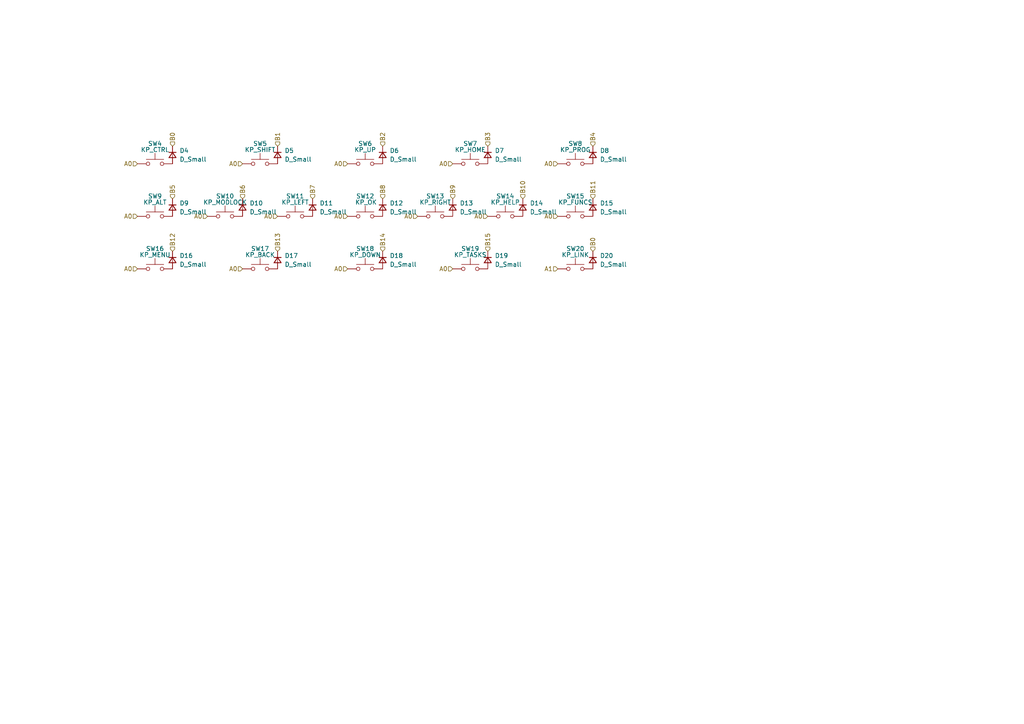
<source format=kicad_sch>
(kicad_sch (version 20230121) (generator eeschema)
  (paper "A4")
  (lib_symbols
    (symbol "custom:button" (pin_numbers hide) (pin_names hide)
      (property "Reference" "U" (at 0 5.08 0))
      (symbol "button_0_1"
        (circle (center -2.032 0) (radius 0.508))
        (polyline (pts (xy 0 1.27) (xy 0 3.048)))
        (polyline (pts (xy 2.54 1.27) (xy -2.54 1.27)))
        (circle (center 2.032 0) (radius 0.508))
      )
      (symbol "button_1_1"
        (pin passive line (at -5.08 0 0) (length 2.54) (name "1") (number "1"))
        (pin passive line (at 5.08 0 180) (length 2.54) (name "2") (number "2"))
      )
    )
    (symbol "custom:diode" (pin_numbers hide) (pin_names hide)
      (property "Reference" "U" (at 0 2.54 0))
      (symbol "diode_0_1"
        (polyline (pts (xy -0.762 -1.016) (xy -0.762 1.016)) (stroke (width 0.254)))
        (polyline (pts (xy -0.762 0) (xy 0.762 0)))
        (polyline (pts (xy 0.762 -1.016) (xy -0.762 0) (xy 0.762 1.016) (xy 0.762 -1.016)) (stroke (width 0.254)))
      )
      (symbol "diode_1_1"
        (pin passive line (at -2.54 0 0) (length 1.778) (name "K") (number "1"))
        (pin passive line (at 2.54 0 180) (length 1.778) (name "A") (number "2"))
      )
    )
  )
  (hierarchical_label "A0" (shape input) (at 39.878 47.498 180))
  (hierarchical_label "B0" (shape input) (at 50.038 42.418 90))
  (hierarchical_label "A0" (shape input) (at 121.158 62.738 180))
  (hierarchical_label "B0" (shape input) (at 171.958 72.898 90))
  (hierarchical_label "A0" (shape input) (at 80.518 62.738 180))
  (hierarchical_label "B12" (shape input) (at 50.038 72.898 90))
  (hierarchical_label "B13" (shape input) (at 80.518 72.898 90))
  (hierarchical_label "B4" (shape input) (at 171.958 42.418 90))
  (hierarchical_label "A0" (shape input) (at 39.878 62.738 180))
  (hierarchical_label "B9" (shape input) (at 131.318 57.658 90))
  (hierarchical_label "A0" (shape input) (at 131.318 77.978 180))
  (hierarchical_label "B14" (shape input) (at 110.998 72.898 90))
  (hierarchical_label "A0" (shape input) (at 100.838 47.498 180))
  (hierarchical_label "A0" (shape input) (at 39.878 77.978 180))
  (hierarchical_label "B15" (shape input) (at 141.478 72.898 90))
  (hierarchical_label "A0" (shape input) (at 161.798 47.498 180))
  (hierarchical_label "B8" (shape input) (at 110.998 57.658 90))
  (hierarchical_label "A0" (shape input) (at 161.798 62.738 180))
  (hierarchical_label "A1" (shape input) (at 161.798 77.978 180))
  (hierarchical_label "B3" (shape input) (at 141.478 42.418 90))
  (hierarchical_label "B2" (shape input) (at 110.998 42.418 90))
  (hierarchical_label "B5" (shape input) (at 50.038 57.658 90))
  (hierarchical_label "A0" (shape input) (at 141.478 62.738 180))
  (hierarchical_label "A0" (shape input) (at 70.358 47.498 180))
  (hierarchical_label "A0" (shape input) (at 70.358 77.978 180))
  (hierarchical_label "B7" (shape input) (at 90.678 57.658 90))
  (hierarchical_label "B10" (shape input) (at 151.638 57.658 90))
  (hierarchical_label "A0" (shape input) (at 100.838 77.978 180))
  (hierarchical_label "B11" (shape input) (at 171.958 57.658 90))
  (hierarchical_label "B1" (shape input) (at 80.518 42.418 90))
  (hierarchical_label "B6" (shape input) (at 70.358 57.658 90))
  (hierarchical_label "A0" (shape input) (at 60.198 62.738 180))
  (hierarchical_label "A0" (shape input) (at 131.318 47.498 180))
  (hierarchical_label "A0" (shape input) (at 100.838 62.738 180))
  (symbol (lib_id "custom:button") (at 44.958 62.738 0) (unit 1)
    (property "Reference" "SW9" (at 44.958 56.896 0))
    (property "Value" "KP_ALT" (at 44.958 58.674 0))
    (property "Footprint" "Button_Switch_SMD:SW_Tactile_SPST_NO_Straight_CK_PTS636Sx25SMTRLFS" (effects hide))
  )
  (symbol (lib_id "custom:diode") (at 131.318 60.198 270) (unit 1)
    (property "Reference" "D13" (at 133.35 58.928 90) (effects (justify left)))
    (property "Value" "D_Small" (at 133.35 61.468 90) (effects (justify left)))
    (property "Footprint" "footprints:SMA_SDS" (effects hide))
    (property "Sim.Device" "D" (effects hide))
    (property "Sim.Pins" "1=K 2=A" (effects hide))
  )
  (symbol (lib_id "custom:diode") (at 141.478 75.438 270) (unit 1)
    (property "Reference" "D19" (at 143.51 74.168 90) (effects (justify left)))
    (property "Value" "D_Small" (at 143.51 76.708 90) (effects (justify left)))
    (property "Footprint" "footprints:SMA_SDS" (effects hide))
    (property "Sim.Device" "D" (effects hide))
    (property "Sim.Pins" "1=K 2=A" (effects hide))
  )
  (symbol (lib_id "custom:diode") (at 50.038 60.198 270) (unit 1)
    (property "Reference" "D9" (at 52.07 58.928 90) (effects (justify left)))
    (property "Value" "D_Small" (at 52.07 61.468 90) (effects (justify left)))
    (property "Footprint" "footprints:SMA_SDS" (effects hide))
    (property "Sim.Device" "D" (effects hide))
    (property "Sim.Pins" "1=K 2=A" (effects hide))
  )
  (symbol (lib_id "custom:button") (at 44.958 47.498 0) (unit 1)
    (property "Reference" "SW4" (at 44.958 41.656 0))
    (property "Value" "KP_CTRL" (at 44.958 43.434 0))
    (property "Footprint" "Button_Switch_SMD:SW_Tactile_SPST_NO_Straight_CK_PTS636Sx25SMTRLFS" (effects hide))
  )
  (symbol (lib_id "custom:diode") (at 141.478 44.958 270) (unit 1)
    (property "Reference" "D7" (at 143.51 43.688 90) (effects (justify left)))
    (property "Value" "D_Small" (at 143.51 46.228 90) (effects (justify left)))
    (property "Footprint" "footprints:SMA_SDS" (effects hide))
    (property "Sim.Device" "D" (effects hide))
    (property "Sim.Pins" "1=K 2=A" (effects hide))
  )
  (symbol (lib_id "custom:diode") (at 171.958 44.958 270) (unit 1)
    (property "Reference" "D8" (at 173.99 43.688 90) (effects (justify left)))
    (property "Value" "D_Small" (at 173.99 46.228 90) (effects (justify left)))
    (property "Footprint" "footprints:SMA_SDS" (effects hide))
    (property "Sim.Device" "D" (effects hide))
    (property "Sim.Pins" "1=K 2=A" (effects hide))
  )
  (symbol (lib_id "custom:button") (at 75.438 47.498 0) (unit 1)
    (property "Reference" "SW5" (at 75.438 41.656 0))
    (property "Value" "KP_SHIFT" (at 75.438 43.434 0))
    (property "Footprint" "Button_Switch_SMD:SW_Tactile_SPST_NO_Straight_CK_PTS636Sx25SMTRLFS" (effects hide))
  )
  (symbol (lib_id "custom:diode") (at 50.038 75.438 270) (unit 1)
    (property "Reference" "D16" (at 52.07 74.168 90) (effects (justify left)))
    (property "Value" "D_Small" (at 52.07 76.708 90) (effects (justify left)))
    (property "Footprint" "footprints:SMA_SDS" (effects hide))
    (property "Sim.Device" "D" (effects hide))
    (property "Sim.Pins" "1=K 2=A" (effects hide))
  )
  (symbol (lib_id "custom:button") (at 105.918 77.978 0) (unit 1)
    (property "Reference" "SW18" (at 105.918 72.136 0))
    (property "Value" "KP_DOWN" (at 105.918 73.914 0))
    (property "Footprint" "Button_Switch_SMD:SW_Tactile_SPST_NO_Straight_CK_PTS636Sx25SMTRLFS" (effects hide))
  )
  (symbol (lib_id "custom:button") (at 126.238 62.738 0) (unit 1)
    (property "Reference" "SW13" (at 126.238 56.896 0))
    (property "Value" "KP_RIGHT" (at 126.238 58.674 0))
    (property "Footprint" "Button_Switch_SMD:SW_Tactile_SPST_NO_Straight_CK_PTS636Sx25SMTRLFS" (effects hide))
  )
  (symbol (lib_id "custom:button") (at 85.598 62.738 0) (unit 1)
    (property "Reference" "SW11" (at 85.598 56.896 0))
    (property "Value" "KP_LEFT" (at 85.598 58.674 0))
    (property "Footprint" "Button_Switch_SMD:SW_Tactile_SPST_NO_Straight_CK_PTS636Sx25SMTRLFS" (effects hide))
  )
  (symbol (lib_id "custom:button") (at 166.878 62.738 0) (unit 1)
    (property "Reference" "SW15" (at 166.878 56.896 0))
    (property "Value" "KP_FUNCS" (at 166.878 58.674 0))
    (property "Footprint" "Button_Switch_SMD:SW_Tactile_SPST_NO_Straight_CK_PTS636Sx25SMTRLFS" (effects hide))
  )
  (symbol (lib_id "custom:button") (at 75.438 77.978 0) (unit 1)
    (property "Reference" "SW17" (at 75.438 72.136 0))
    (property "Value" "KP_BACK" (at 75.438 73.914 0))
    (property "Footprint" "Button_Switch_SMD:SW_Tactile_SPST_NO_Straight_CK_PTS636Sx25SMTRLFS" (effects hide))
  )
  (symbol (lib_id "custom:button") (at 105.918 62.738 0) (unit 1)
    (property "Reference" "SW12" (at 105.918 56.896 0))
    (property "Value" "KP_OK" (at 106.172 58.674 0))
    (property "Footprint" "Button_Switch_SMD:SW_Tactile_SPST_NO_Straight_CK_PTS636Sx25SMTRLFS" (effects hide))
  )
  (symbol (lib_id "custom:diode") (at 171.958 60.198 270) (unit 1)
    (property "Reference" "D15" (at 173.99 58.928 90) (effects (justify left)))
    (property "Value" "D_Small" (at 173.99 61.468 90) (effects (justify left)))
    (property "Footprint" "footprints:SMA_SDS" (effects hide))
    (property "Sim.Device" "D" (effects hide))
    (property "Sim.Pins" "1=K 2=A" (effects hide))
  )
  (symbol (lib_id "custom:diode") (at 151.638 60.198 270) (unit 1)
    (property "Reference" "D14" (at 153.67 58.928 90) (effects (justify left)))
    (property "Value" "D_Small" (at 153.67 61.468 90) (effects (justify left)))
    (property "Footprint" "footprints:SMA_SDS" (effects hide))
    (property "Sim.Device" "D" (effects hide))
    (property "Sim.Pins" "1=K 2=A" (effects hide))
  )
  (symbol (lib_id "custom:diode") (at 90.678 60.198 270) (unit 1)
    (property "Reference" "D11" (at 92.71 58.928 90) (effects (justify left)))
    (property "Value" "D_Small" (at 92.71 61.468 90) (effects (justify left)))
    (property "Footprint" "footprints:SMA_SDS" (effects hide))
    (property "Sim.Device" "D" (effects hide))
    (property "Sim.Pins" "1=K 2=A" (effects hide))
  )
  (symbol (lib_id "custom:button") (at 166.878 47.498 0) (unit 1)
    (property "Reference" "SW8" (at 166.878 41.656 0))
    (property "Value" "KP_PROG" (at 166.878 43.434 0))
    (property "Footprint" "Button_Switch_SMD:SW_Tactile_SPST_NO_Straight_CK_PTS636Sx25SMTRLFS" (effects hide))
  )
  (symbol (lib_id "custom:button") (at 65.278 62.738 0) (unit 1)
    (property "Reference" "SW10" (at 65.278 56.896 0))
    (property "Value" "KP_MODLOCK" (at 65.278 58.674 0))
    (property "Footprint" "Button_Switch_SMD:SW_Tactile_SPST_NO_Straight_CK_PTS636Sx25SMTRLFS" (effects hide))
  )
  (symbol (lib_id "custom:diode") (at 80.518 44.958 270) (unit 1)
    (property "Reference" "D5" (at 82.55 43.688 90) (effects (justify left)))
    (property "Value" "D_Small" (at 82.55 46.228 90) (effects (justify left)))
    (property "Footprint" "footprints:SMA_SDS" (effects hide))
    (property "Sim.Device" "D" (effects hide))
    (property "Sim.Pins" "1=K 2=A" (effects hide))
  )
  (symbol (lib_id "custom:diode") (at 80.518 75.438 270) (unit 1)
    (property "Reference" "D17" (at 82.55 74.168 90) (effects (justify left)))
    (property "Value" "D_Small" (at 82.55 76.708 90) (effects (justify left)))
    (property "Footprint" "footprints:SMA_SDS" (effects hide))
    (property "Sim.Device" "D" (effects hide))
    (property "Sim.Pins" "1=K 2=A" (effects hide))
  )
  (symbol (lib_id "custom:button") (at 136.398 47.498 0) (unit 1)
    (property "Reference" "SW7" (at 136.398 41.656 0))
    (property "Value" "KP_HOME" (at 136.398 43.434 0))
    (property "Footprint" "Button_Switch_SMD:SW_Tactile_SPST_NO_Straight_CK_PTS636Sx25SMTRLFS" (effects hide))
  )
  (symbol (lib_id "custom:diode") (at 110.998 75.438 270) (unit 1)
    (property "Reference" "D18" (at 113.03 74.168 90) (effects (justify left)))
    (property "Value" "D_Small" (at 113.03 76.708 90) (effects (justify left)))
    (property "Footprint" "footprints:SMA_SDS" (effects hide))
    (property "Sim.Device" "D" (effects hide))
    (property "Sim.Pins" "1=K 2=A" (effects hide))
  )
  (symbol (lib_id "custom:button") (at 44.958 77.978 0) (unit 1)
    (property "Reference" "SW16" (at 44.958 72.136 0))
    (property "Value" "KP_MENU" (at 44.958 73.914 0))
    (property "Footprint" "Button_Switch_SMD:SW_Tactile_SPST_NO_Straight_CK_PTS636Sx25SMTRLFS" (effects hide))
  )
  (symbol (lib_id "custom:diode") (at 110.998 60.198 270) (unit 1)
    (property "Reference" "D12" (at 113.03 58.928 90) (effects (justify left)))
    (property "Value" "D_Small" (at 113.03 61.468 90) (effects (justify left)))
    (property "Footprint" "footprints:SMA_SDS" (effects hide))
    (property "Sim.Device" "D" (effects hide))
    (property "Sim.Pins" "1=K 2=A" (effects hide))
  )
  (symbol (lib_id "custom:diode") (at 110.998 44.958 270) (unit 1)
    (property "Reference" "D6" (at 113.03 43.688 90) (effects (justify left)))
    (property "Value" "D_Small" (at 113.03 46.228 90) (effects (justify left)))
    (property "Footprint" "footprints:SMA_SDS" (effects hide))
    (property "Sim.Device" "D" (effects hide))
    (property "Sim.Pins" "1=K 2=A" (effects hide))
  )
  (symbol (lib_id "custom:button") (at 146.558 62.738 0) (unit 1)
    (property "Reference" "SW14" (at 146.558 56.896 0))
    (property "Value" "KP_HELP" (at 146.558 58.674 0))
    (property "Footprint" "Button_Switch_SMD:SW_Tactile_SPST_NO_Straight_CK_PTS636Sx25SMTRLFS" (effects hide))
  )
  (symbol (lib_id "custom:button") (at 136.398 77.978 0) (unit 1)
    (property "Reference" "SW19" (at 136.398 72.136 0))
    (property "Value" "KP_TASKS" (at 136.398 73.914 0))
    (property "Footprint" "Button_Switch_SMD:SW_Tactile_SPST_NO_Straight_CK_PTS636Sx25SMTRLFS" (effects hide))
  )
  (symbol (lib_id "custom:diode") (at 171.958 75.438 270) (unit 1)
    (property "Reference" "D20" (at 173.99 74.168 90) (effects (justify left)))
    (property "Value" "D_Small" (at 173.99 76.708 90) (effects (justify left)))
    (property "Footprint" "footprints:SMA_SDS" (effects hide))
    (property "Sim.Device" "D" (effects hide))
    (property "Sim.Pins" "1=K 2=A" (effects hide))
  )
  (symbol (lib_id "custom:button") (at 166.878 77.978 0) (unit 1)
    (property "Reference" "SW20" (at 166.878 72.136 0))
    (property "Value" "KP_LINK" (at 166.878 73.914 0))
    (property "Footprint" "Button_Switch_SMD:SW_Tactile_SPST_NO_Straight_CK_PTS636Sx25SMTRLFS" (effects hide))
  )
  (symbol (lib_id "custom:diode") (at 70.358 60.198 270) (unit 1)
    (property "Reference" "D10" (at 72.39 58.928 90) (effects (justify left)))
    (property "Value" "D_Small" (at 72.39 61.468 90) (effects (justify left)))
    (property "Footprint" "footprints:SMA_SDS" (effects hide))
    (property "Sim.Device" "D" (effects hide))
    (property "Sim.Pins" "1=K 2=A" (effects hide))
  )
  (symbol (lib_id "custom:button") (at 105.918 47.498 0) (unit 1)
    (property "Reference" "SW6" (at 105.918 41.656 0))
    (property "Value" "KP_UP" (at 105.918 43.434 0))
    (property "Footprint" "Button_Switch_SMD:SW_Tactile_SPST_NO_Straight_CK_PTS636Sx25SMTRLFS" (effects hide))
  )
  (symbol (lib_id "custom:diode") (at 50.038 44.958 270) (unit 1)
    (property "Reference" "D4" (at 52.07 43.688 90) (effects (justify left)))
    (property "Value" "D_Small" (at 52.07 46.228 90) (effects (justify left)))
    (property "Footprint" "footprints:SMA_SDS" (effects hide))
    (property "Sim.Device" "D" (effects hide))
    (property "Sim.Pins" "1=K 2=A" (effects hide))
  )
)
</source>
